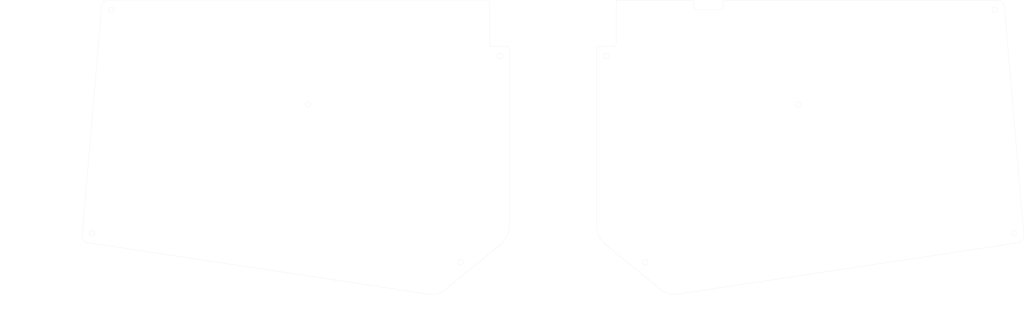
<source format=kicad_pcb>
(kicad_pcb (version 20171130) (host pcbnew "(5.1.4-0-10_14)")

  (general
    (thickness 1.6)
    (drawings 48)
    (tracks 0)
    (zones 0)
    (modules 0)
    (nets 1)
  )

  (page A3)
  (layers
    (0 F.Cu signal)
    (31 B.Cu signal)
    (32 B.Adhes user)
    (33 F.Adhes user)
    (34 B.Paste user)
    (35 F.Paste user)
    (36 B.SilkS user)
    (37 F.SilkS user)
    (38 B.Mask user)
    (39 F.Mask user)
    (40 Dwgs.User user)
    (41 Cmts.User user)
    (42 Eco1.User user)
    (43 Eco2.User user)
    (44 Edge.Cuts user)
    (45 Margin user)
    (46 B.CrtYd user)
    (47 F.CrtYd user)
    (48 B.Fab user)
    (49 F.Fab user)
  )

  (setup
    (last_trace_width 0.25)
    (trace_clearance 0.2)
    (zone_clearance 0.508)
    (zone_45_only yes)
    (trace_min 0.2)
    (via_size 0.8)
    (via_drill 0.4)
    (via_min_size 0.4)
    (via_min_drill 0.3)
    (uvia_size 0.3)
    (uvia_drill 0.1)
    (uvias_allowed no)
    (uvia_min_size 0.2)
    (uvia_min_drill 0.1)
    (edge_width 0.05)
    (segment_width 0.2)
    (pcb_text_width 0.3)
    (pcb_text_size 1.5 1.5)
    (mod_edge_width 0.12)
    (mod_text_size 1 1)
    (mod_text_width 0.15)
    (pad_size 1.7 1.7)
    (pad_drill 0.9)
    (pad_to_mask_clearance 0.051)
    (solder_mask_min_width 0.25)
    (aux_axis_origin 25.148 18.3055)
    (grid_origin 391.1925 18.45)
    (visible_elements FFFFFF7F)
    (pcbplotparams
      (layerselection 0x010fc_ffffffff)
      (usegerberextensions false)
      (usegerberattributes false)
      (usegerberadvancedattributes false)
      (creategerberjobfile false)
      (excludeedgelayer true)
      (linewidth 0.100000)
      (plotframeref false)
      (viasonmask false)
      (mode 1)
      (useauxorigin false)
      (hpglpennumber 1)
      (hpglpenspeed 20)
      (hpglpendiameter 15.000000)
      (psnegative false)
      (psa4output false)
      (plotreference true)
      (plotvalue true)
      (plotinvisibletext false)
      (padsonsilk false)
      (subtractmaskfromsilk false)
      (outputformat 3)
      (mirror false)
      (drillshape 0)
      (scaleselection 1)
      (outputdirectory "plate1/"))
  )

  (net 0 "")

  (net_class Default "これはデフォルトのネット クラスです。"
    (clearance 0.2)
    (trace_width 0.25)
    (via_dia 0.8)
    (via_drill 0.4)
    (uvia_dia 0.3)
    (uvia_drill 0.1)
  )

  (net_class power ""
    (clearance 0.2)
    (trace_width 0.381)
    (via_dia 0.8)
    (via_drill 0.4)
    (uvia_dia 0.3)
    (uvia_drill 0.1)
  )

  (gr_circle (center 390.1925 22.45) (end 391.2925 22.45) (layer Edge.Cuts) (width 0.05) (tstamp 5F89BA29))
  (gr_circle (center 309.1925 61.45) (end 310.2925 61.45) (layer Edge.Cuts) (width 0.05) (tstamp 5F89BA23))
  (gr_circle (center 398.1925 114.45) (end 399.2925 114.45) (layer Edge.Cuts) (width 0.05) (tstamp 5F89BA1D))
  (gr_circle (center 246.1925 126.45) (end 247.2925 126.45) (layer Edge.Cuts) (width 0.05) (tstamp 5F89BA19))
  (gr_circle (center 230.1925 41.45) (end 231.2925 41.45) (layer Edge.Cuts) (width 0.05) (tstamp 5F89BA12))
  (gr_circle (center 186.198 41.4555) (end 187.298 41.4555) (layer Edge.Cuts) (width 0.05) (tstamp 5F89BA03))
  (gr_circle (center 107.198 61.4555) (end 108.298 61.4555) (layer Edge.Cuts) (width 0.05) (tstamp 5F89B9FE))
  (gr_circle (center 170.198 126.4555) (end 171.298 126.4555) (layer Edge.Cuts) (width 0.05) (tstamp 5F89B9EE))
  (gr_circle (center 18.198 114.4555) (end 19.298 114.4555) (layer Edge.Cuts) (width 0.05) (tstamp 5F89B9E6))
  (gr_circle (center 26.198 22.4555) (end 27.298 22.4555) (layer Edge.Cuts) (width 0.05))
  (dimension 121.225 (width 0.15) (layer Dwgs.User)
    (gr_text "121.225 mm" (at 2.398 79.068) (layer Dwgs.User)
      (effects (font (size 5 5) (thickness 0.15)))
    )
    (feature1 (pts (xy 157.998 18.4555) (xy 3.111579 18.4555)))
    (feature2 (pts (xy 157.998 139.6805) (xy 3.111579 139.6805)))
    (crossbar (pts (xy 3.698 139.6805) (xy 3.698 18.4555)))
    (arrow1a (pts (xy 3.698 18.4555) (xy 4.284421 19.582004)))
    (arrow1b (pts (xy 3.698 18.4555) (xy 3.111579 19.582004)))
    (arrow2a (pts (xy 3.698 139.6805) (xy 4.284421 138.553996)))
    (arrow2b (pts (xy 3.698 139.6805) (xy 3.111579 138.553996)))
  )
  (dimension 176 (width 0.15) (layer Dwgs.User)
    (gr_text "176.000 mm" (at 102.198 155.7555) (layer Dwgs.User)
      (effects (font (size 5 5) (thickness 0.15)))
    )
    (feature1 (pts (xy 190.198 115.4555) (xy 190.198 150.041921)))
    (feature2 (pts (xy 14.198 115.4555) (xy 14.198 150.041921)))
    (crossbar (pts (xy 14.198 149.4555) (xy 190.198 149.4555)))
    (arrow1a (pts (xy 190.198 149.4555) (xy 189.071496 150.041921)))
    (arrow1b (pts (xy 190.198 149.4555) (xy 189.071496 148.869079)))
    (arrow2a (pts (xy 14.198 149.4555) (xy 15.324504 150.041921)))
    (arrow2b (pts (xy 14.198 149.4555) (xy 15.324504 148.869079)))
  )
  (gr_line (start 266.1925 21.45) (end 266.1925 19.45) (layer Edge.Cuts) (width 0.05) (tstamp 5F89B442))
  (gr_line (start 277.1925 22.45) (end 267.1925 22.45) (layer Edge.Cuts) (width 0.05) (tstamp 5F89B441))
  (gr_line (start 278.1925 19.45) (end 278.1925 21.45) (layer Edge.Cuts) (width 0.05) (tstamp 5F89B440))
  (gr_arc (start 277.1925 21.45) (end 277.1925 22.45) (angle -90) (layer Edge.Cuts) (width 0.05))
  (gr_arc (start 267.1925 21.45) (end 266.1925 21.45) (angle -90) (layer Edge.Cuts) (width 0.05))
  (gr_arc (start 279.1925 19.45) (end 279.1925 18.45) (angle -90) (layer Edge.Cuts) (width 0.05))
  (gr_arc (start 265.1925 19.45) (end 266.1925 19.45) (angle -90) (layer Edge.Cuts) (width 0.05))
  (gr_line (start 233.1925 37.45) (end 227.1925 37.45) (layer Edge.Cuts) (width 0.05) (tstamp 5F89B43F))
  (gr_line (start 234.1925 19.45) (end 234.1925 36.45) (layer Edge.Cuts) (width 0.05) (tstamp 5F89B43E))
  (gr_arc (start 235.1925 19.45) (end 235.1925 18.45) (angle -90) (layer Edge.Cuts) (width 0.05))
  (gr_arc (start 233.1925 36.45) (end 233.1925 37.45) (angle -90) (layer Edge.Cuts) (width 0.05))
  (gr_arc (start 227.1925 38.45) (end 227.1925 37.45) (angle -90) (layer Edge.Cuts) (width 0.05))
  (gr_line (start 183.198 37.4555) (end 189.198 37.4555) (layer Edge.Cuts) (width 0.05) (tstamp 5F89B43D))
  (gr_line (start 182.198 19.4555) (end 182.198 36.4555) (layer Edge.Cuts) (width 0.05) (tstamp 5F89B43C))
  (gr_arc (start 189.198 38.4555) (end 190.198 38.4555) (angle -90) (layer Edge.Cuts) (width 0.05))
  (gr_arc (start 183.198 36.4555) (end 182.198 36.4555) (angle -90) (layer Edge.Cuts) (width 0.05))
  (gr_arc (start 181.198 19.4555) (end 182.198 19.4555) (angle -90) (layer Edge.Cuts) (width 0.05) (tstamp 5F8D8D5B))
  (gr_arc (start 180.198 111.4555) (end 186.198 119.455499) (angle -53.13010235) (layer Edge.Cuts) (width 0.05))
  (gr_arc (start 158.198 130.4555) (end 156.198001 139.455499) (angle -61.92751306) (layer Edge.Cuts) (width 0.05))
  (gr_arc (start 17.198 115.4555) (end 14.198 115.4555) (angle -90) (layer Edge.Cuts) (width 0.05))
  (gr_arc (start 25.198 21.4555) (end 25.198 18.4555) (angle -90) (layer Edge.Cuts) (width 0.05))
  (gr_line (start 14.198 115.4555) (end 22.198 21.4555) (layer Edge.Cuts) (width 0.05))
  (gr_line (start 156.198001 139.455499) (end 17.198 118.4555) (layer Edge.Cuts) (width 0.05))
  (gr_line (start 186.198 119.4555) (end 165.198 136.4555) (layer Edge.Cuts) (width 0.05))
  (gr_line (start 190.198 38.4555) (end 190.198 111.4555) (layer Edge.Cuts) (width 0.05))
  (gr_line (start 25.198 18.4555) (end 181.198 18.4555) (layer Edge.Cuts) (width 0.05))
  (gr_line (start 235.1925 18.45) (end 265.1925 18.45) (layer Edge.Cuts) (width 0.05) (tstamp 5F79746C))
  (gr_arc (start 236.192499 111.450001) (end 230.192499 119.45) (angle 53.13010235) (layer Edge.Cuts) (width 0.05) (tstamp 5F74D8FA))
  (gr_arc (start 258.192501 130.450001) (end 260.1925 139.45) (angle 61.92751306) (layer Edge.Cuts) (width 0.05) (tstamp 5F74D8ED))
  (gr_arc (start 399.1925 115.45) (end 402.1925 115.45) (angle 90) (layer Edge.Cuts) (width 0.05) (tstamp 5F74D8E6))
  (gr_arc (start 391.1925 21.45) (end 394.1925 21.45) (angle -90) (layer Edge.Cuts) (width 0.05) (tstamp 5F74D8E3))
  (gr_line (start 402.1925 115.45) (end 394.1925 21.45) (layer Edge.Cuts) (width 0.05) (tstamp 5F74D85B))
  (gr_line (start 260.1925 139.45) (end 399.1925 118.45) (layer Edge.Cuts) (width 0.05))
  (gr_line (start 230.192499 119.45) (end 251.192501 136.45) (layer Edge.Cuts) (width 0.05))
  (gr_line (start 226.1925 38.45) (end 226.1925 111.45) (layer Edge.Cuts) (width 0.05))
  (gr_line (start 391.1925 18.45) (end 279.1925 18.45) (layer Edge.Cuts) (width 0.05))

)

</source>
